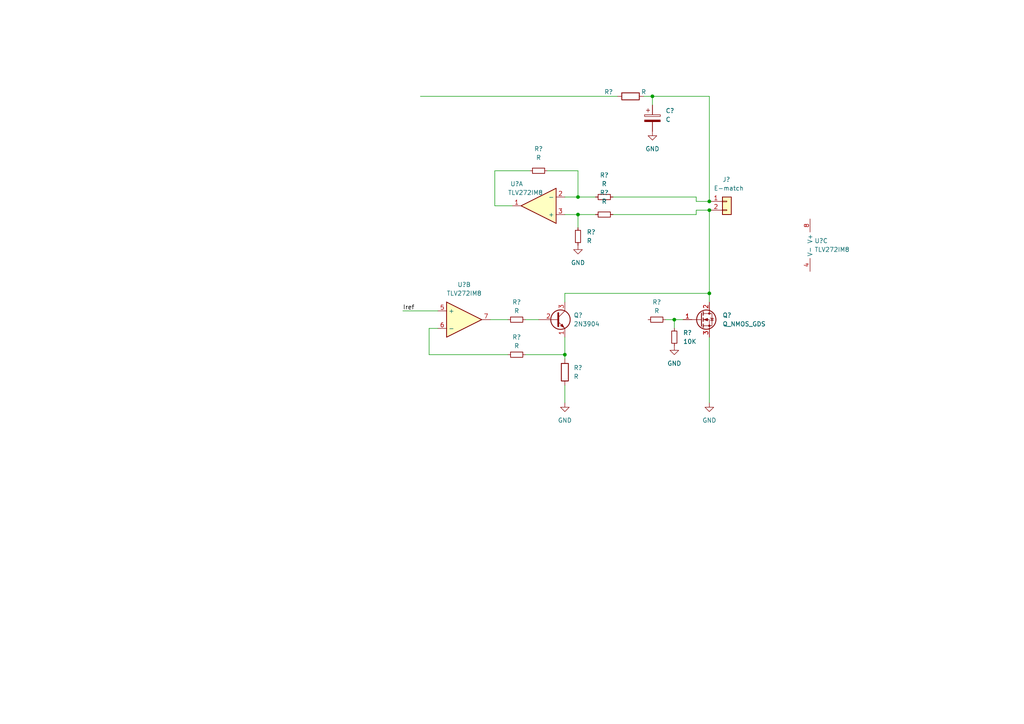
<source format=kicad_sch>
(kicad_sch (version 20211123) (generator eeschema)
  (paper "A4")
  (lib_symbols
    (symbol "Connector_Generic:Conn_01x02" (pin_names (offset 1.016) hide)
      (property "Reference" "J" (at 0 2.54 0))
      (property "Value" "Conn_01x02" (at 0 -5.08 0))
      (symbol "Conn_01x02_1_1"
        (rectangle (start -1.27 -2.413) (end 0 -2.667) (stroke (width 0.1524)))
        (rectangle (start -1.27 0.127) (end 0 -0.127) (stroke (width 0.1524)))
        (rectangle (start -1.27 1.27) (end 1.27 -3.81) (stroke (width 0.254)) (fill (type background)))
        (pin passive line (at -5.08 0 0) (length 3.81) (name "Pin_1") (number "1"))
        (pin passive line (at -5.08 -2.54 0) (length 3.81) (name "Pin_2") (number "2"))
      )
    )
    (symbol "Device:C_Polarized" (pin_numbers hide) (pin_names (offset 0.254))
      (property "Reference" "C" (at 0.635 2.54 0))
      (property "Value" "C_Polarized" (at 0.635 -2.54 0))
      (symbol "C_Polarized_0_1"
        (rectangle (start -2.286 0.508) (end 2.286 1.016))
        (polyline (pts (xy -1.778 2.286) (xy -0.762 2.286)))
        (polyline (pts (xy -1.27 2.794) (xy -1.27 1.778)))
        (rectangle (start 2.286 -0.508) (end -2.286 -1.016) (fill (type outline)))
      )
      (symbol "C_Polarized_1_1"
        (pin passive line (at 0 3.81 270) (length 2.794) (name "~") (number "1"))
        (pin passive line (at 0 -3.81 90) (length 2.794) (name "~") (number "2"))
      )
    )
    (symbol "Device:Opamp_Dual"
      (property "Reference" "U" (at 0 5.08 0))
      (property "Value" "Opamp_Dual" (at 0 -5.08 0))
      (symbol "Opamp_Dual_1_1"
        (polyline (pts (xy -5.08 5.08) (xy 5.08 0) (xy -5.08 -5.08) (xy -5.08 5.08)) (stroke (width 0.254)) (fill (type background)))
        (pin output line (at 7.62 0 180) (length 2.54) (name "~") (number "1"))
        (pin input line (at -7.62 -2.54 0) (length 2.54) (name "-") (number "2"))
        (pin input line (at -7.62 2.54 0) (length 2.54) (name "+") (number "3"))
      )
      (symbol "Opamp_Dual_2_1"
        (polyline (pts (xy -5.08 5.08) (xy 5.08 0) (xy -5.08 -5.08) (xy -5.08 5.08)) (stroke (width 0.254)) (fill (type background)))
        (pin input line (at -7.62 2.54 0) (length 2.54) (name "+") (number "5"))
        (pin input line (at -7.62 -2.54 0) (length 2.54) (name "-") (number "6"))
        (pin output line (at 7.62 0 180) (length 2.54) (name "~") (number "7"))
      )
      (symbol "Opamp_Dual_3_1"
        (pin power_in line (at -2.54 -7.62 90) (length 3.81) (name "V-") (number "4"))
        (pin power_in line (at -2.54 7.62 270) (length 3.81) (name "V+") (number "8"))
      )
    )
    (symbol "Device:Q_NMOS_GDS" (pin_names (offset 0) hide)
      (property "Reference" "Q" (at 5.08 1.27 0))
      (property "Value" "Q_NMOS_GDS" (at 5.08 -1.27 0))
      (symbol "Q_NMOS_GDS_0_1"
        (polyline (pts (xy 0.254 0) (xy -2.54 0)))
        (polyline (pts (xy 0.254 1.905) (xy 0.254 -1.905)) (stroke (width 0.254)))
        (polyline (pts (xy 0.762 -1.27) (xy 0.762 -2.286)) (stroke (width 0.254)))
        (polyline (pts (xy 0.762 0.508) (xy 0.762 -0.508)) (stroke (width 0.254)))
        (polyline (pts (xy 0.762 2.286) (xy 0.762 1.27)) (stroke (width 0.254)))
        (polyline (pts (xy 2.54 2.54) (xy 2.54 1.778)))
        (polyline (pts (xy 2.54 -2.54) (xy 2.54 0) (xy 0.762 0)))
        (polyline (pts (xy 0.762 -1.778) (xy 3.302 -1.778) (xy 3.302 1.778) (xy 0.762 1.778)))
        (polyline (pts (xy 1.016 0) (xy 2.032 0.381) (xy 2.032 -0.381) (xy 1.016 0)) (fill (type outline)))
        (polyline (pts (xy 2.794 0.508) (xy 2.921 0.381) (xy 3.683 0.381) (xy 3.81 0.254)))
        (polyline (pts (xy 3.302 0.381) (xy 2.921 -0.254) (xy 3.683 -0.254) (xy 3.302 0.381)))
        (circle (center 1.651 0) (radius 2.794) (stroke (width 0.254)))
        (circle (center 2.54 -1.778) (radius 0.254) (fill (type outline)))
        (circle (center 2.54 1.778) (radius 0.254) (fill (type outline)))
      )
      (symbol "Q_NMOS_GDS_1_1"
        (pin input line (at -5.08 0 0) (length 2.54) (name "G") (number "1"))
        (pin passive line (at 2.54 5.08 270) (length 2.54) (name "D") (number "2"))
        (pin passive line (at 2.54 -5.08 90) (length 2.54) (name "S") (number "3"))
      )
    )
    (symbol "Device:R" (pin_numbers hide) (pin_names (offset 0))
      (property "Reference" "R" (at 2.032 0 90))
      (property "Value" "R" (at 0 0 90))
      (symbol "R_0_1"
        (rectangle (start -1.016 -2.54) (end 1.016 2.54) (stroke (width 0.254)))
      )
      (symbol "R_1_1"
        (pin passive line (at 0 3.81 270) (length 1.27) (name "~") (number "1"))
        (pin passive line (at 0 -3.81 90) (length 1.27) (name "~") (number "2"))
      )
    )
    (symbol "Device:R_Small" (pin_numbers hide) (pin_names (offset 0.254) hide)
      (property "Reference" "R" (at 0.762 0.508 0))
      (property "Value" "R_Small" (at 0.762 -1.016 0))
      (symbol "R_Small_0_1"
        (rectangle (start -0.762 1.778) (end 0.762 -1.778) (stroke (width 0.2032)))
      )
      (symbol "R_Small_1_1"
        (pin passive line (at 0 2.54 270) (length 0.762) (name "~") (number "1"))
        (pin passive line (at 0 -2.54 90) (length 0.762) (name "~") (number "2"))
      )
    )
    (symbol "Transistor_BJT:2N3904" (pin_names (offset 0) hide)
      (property "Reference" "Q" (at 5.08 1.905 0))
      (property "Value" "2N3904" (at 5.08 0 0))
      (symbol "2N3904_0_1"
        (polyline (pts (xy 0.635 0.635) (xy 2.54 2.54)))
        (polyline (pts (xy 0.635 -0.635) (xy 2.54 -2.54) (xy 2.54 -2.54)))
        (polyline (pts (xy 0.635 1.905) (xy 0.635 -1.905) (xy 0.635 -1.905)) (stroke (width 0.508)))
        (polyline (pts (xy 1.27 -1.778) (xy 1.778 -1.27) (xy 2.286 -2.286) (xy 1.27 -1.778) (xy 1.27 -1.778)) (fill (type outline)))
        (circle (center 1.27 0) (radius 2.8194) (stroke (width 0.254)))
      )
      (symbol "2N3904_1_1"
        (pin passive line (at 2.54 -5.08 90) (length 2.54) (name "E") (number "1"))
        (pin passive line (at -5.08 0 0) (length 5.715) (name "B") (number "2"))
        (pin passive line (at 2.54 5.08 270) (length 2.54) (name "C") (number "3"))
      )
    )
    (symbol "power:GND" (power) (pin_names (offset 0))
      (property "Value" "GND" (at 0 -3.81 0))
      (symbol "GND_0_1"
        (polyline (pts (xy 0 0) (xy 0 -1.27) (xy 1.27 -1.27) (xy 0 -2.54) (xy -1.27 -1.27) (xy 0 -1.27)))
      )
      (symbol "GND_1_1"
        (pin power_in line (at 0 0 270) (length 0) hide (name "GND") (number "1"))
      )
    )
  )
  (junction (at 205.74 60.96))
  (junction (at 167.64 57.15))
  (junction (at 163.83 102.87))
  (junction (at 205.74 58.42))
  (junction (at 195.58 92.71))
  (junction (at 189.23 27.94))
  (junction (at 205.74 85.09))
  (junction (at 167.64 62.23))
  (wire (pts (xy 167.64 57.15) (xy 172.72 57.15)))
  (wire (pts (xy 193.04 92.71) (xy 195.58 92.71)))
  (wire (pts (xy 163.83 97.79) (xy 163.83 102.87)))
  (wire (pts (xy 195.58 92.71) (xy 195.58 95.25)))
  (wire (pts (xy 124.46 95.25) (xy 127 95.25)))
  (wire (pts (xy 163.83 102.87) (xy 163.83 104.14)))
  (wire (pts (xy 205.74 85.09) (xy 163.83 85.09)))
  (wire (pts (xy 205.74 97.79) (xy 205.74 116.84)))
  (wire (pts (xy 205.74 85.09) (xy 205.74 87.63)))
  (wire (pts (xy 116.84 90.17) (xy 127 90.17)))
  (wire (pts (xy 163.83 111.76) (xy 163.83 116.84)))
  (wire (pts (xy 142.24 92.71) (xy 147.32 92.71)))
  (wire (pts (xy 167.64 62.23) (xy 172.72 62.23)))
  (wire (pts (xy 124.46 102.87) (xy 147.32 102.87)))
  (wire (pts (xy 205.74 60.96) (xy 205.74 85.09)))
  (wire (pts (xy 186.69 27.94) (xy 189.23 27.94)))
  (wire (pts (xy 189.23 27.94) (xy 189.23 30.48)))
  (wire (pts (xy 167.64 62.23) (xy 167.64 66.04)))
  (wire (pts (xy 167.64 49.53) (xy 167.64 57.15)))
  (wire (pts (xy 124.46 95.25) (xy 124.46 102.87)))
  (wire (pts (xy 163.83 57.15) (xy 167.64 57.15)))
  (wire (pts (xy 152.4 92.71) (xy 156.21 92.71)))
  (wire (pts (xy 201.93 62.23) (xy 177.8 62.23)))
  (wire (pts (xy 163.83 62.23) (xy 167.64 62.23)))
  (wire (pts (xy 121.92 27.94) (xy 179.07 27.94)))
  (wire (pts (xy 201.93 58.42) (xy 205.74 58.42)))
  (wire (pts (xy 205.74 27.94) (xy 205.74 58.42)))
  (wire (pts (xy 177.8 57.15) (xy 201.93 57.15)))
  (wire (pts (xy 153.67 49.53) (xy 143.51 49.53)))
  (wire (pts (xy 201.93 60.96) (xy 201.93 62.23)))
  (wire (pts (xy 201.93 57.15) (xy 201.93 58.42)))
  (wire (pts (xy 163.83 85.09) (xy 163.83 87.63)))
  (wire (pts (xy 205.74 60.96) (xy 201.93 60.96)))
  (wire (pts (xy 195.58 92.71) (xy 198.12 92.71)))
  (wire (pts (xy 152.4 102.87) (xy 163.83 102.87)))
  (wire (pts (xy 189.23 27.94) (xy 205.74 27.94)))
  (wire (pts (xy 143.51 49.53) (xy 143.51 59.69)))
  (wire (pts (xy 143.51 59.69) (xy 148.59 59.69)))
  (wire (pts (xy 158.75 49.53) (xy 167.64 49.53)))
  (label "Iref" (at 116.84 90.17 0))
  (symbol (lib_id "Device:Opamp_Dual") (at 156.21 59.69 180) (unit 1)
    (property "Reference" "U?" (at 149.86 53.34 0))
    (property "Value" "TLV272IM8" (at 152.4 55.88 0))
  )
  (symbol (lib_id "Device:R_Small") (at 167.64 68.58 180) (unit 1)
    (property "Reference" "R?" (at 170.18 67.3099 0) (effects (justify right)))
    (property "Value" "R" (at 170.18 69.8499 0) (effects (justify right)))
  )
  (symbol (lib_id "power:GND") (at 167.64 71.12 0) (unit 1)
    (property "Reference" "#PWR?" (effects hide))
    (property "Value" "GND" (at 167.64 76.2 0))
  )
  (symbol (lib_id "Device:Opamp_Dual") (at 134.62 92.71 0) (unit 2)
    (property "Reference" "U?" (at 134.62 82.55 0))
    (property "Value" "TLV272IM8" (at 134.62 85.09 0))
  )
  (symbol (lib_id "Device:R_Small") (at 149.86 92.71 270) (unit 1)
    (property "Reference" "R?" (at 149.86 87.63 90))
    (property "Value" "R" (at 149.86 90.17 90))
  )
  (symbol (lib_id "power:GND") (at 205.74 116.84 0) (unit 1)
    (property "Reference" "#PWR?" (effects hide))
    (property "Value" "GND" (at 205.74 121.92 0))
  )
  (symbol (lib_id "Device:Q_NMOS_GDS") (at 203.2 92.71 0) (unit 1)
    (property "Reference" "Q?" (at 209.55 91.4399 0) (effects (justify left)))
    (property "Value" "Q_NMOS_GDS" (at 209.55 93.9799 0) (effects (justify left)))
  )
  (symbol (lib_id "Device:R_Small") (at 190.5 92.71 270) (unit 1)
    (property "Reference" "R?" (at 190.5 87.63 90))
    (property "Value" "R" (at 190.5 90.17 90))
  )
  (symbol (lib_id "Device:R") (at 163.83 107.95 0) (unit 1)
    (property "Reference" "R?" (at 166.37 106.6799 0) (effects (justify left)))
    (property "Value" "R" (at 166.37 109.2199 0) (effects (justify left)))
  )
  (symbol (lib_id "Connector_Generic:Conn_01x02") (at 210.82 58.42 0) (unit 1)
    (property "Reference" "J?" (at 209.55 52.07 0) (effects (justify left)))
    (property "Value" "E-match" (at 207.01 54.61 0) (effects (justify left)))
  )
  (symbol (lib_id "power:GND") (at 163.83 116.84 0) (unit 1)
    (property "Reference" "#PWR?" (effects hide))
    (property "Value" "GND" (at 163.83 121.92 0))
  )
  (symbol (lib_id "Transistor_BJT:2N3904") (at 161.29 92.71 0) (unit 1)
    (property "Reference" "Q?" (at 166.37 91.4399 0) (effects (justify left)))
    (property "Value" "2N3904" (at 166.37 93.9799 0) (effects (justify left)))
    (property "Footprint" "Package_TO_SOT_THT:TO-92_Inline" (effects hide))
    (property "Datasheet" "https://www.onsemi.com/pub/Collateral/2N3903-D.PDF" (effects hide))
  )
  (symbol (lib_id "Device:C_Polarized") (at 189.23 34.29 0) (unit 1)
    (property "Reference" "C?" (at 193.04 32.1309 0) (effects (justify left)))
    (property "Value" "C" (at 193.04 34.6709 0) (effects (justify left)))
  )
  (symbol (lib_id "Device:R_Small") (at 156.21 49.53 90) (unit 1)
    (property "Reference" "R?" (at 156.21 43.18 90))
    (property "Value" "R" (at 156.21 45.72 90))
  )
  (symbol (lib_id "power:GND") (at 195.58 100.33 0) (unit 1)
    (property "Reference" "#PWR?" (effects hide))
    (property "Value" "GND" (at 195.58 105.41 0))
  )
  (symbol (lib_id "Device:R_Small") (at 149.86 102.87 270) (unit 1)
    (property "Reference" "R?" (at 149.86 97.79 90))
    (property "Value" "R" (at 149.86 100.33 90))
  )
  (symbol (lib_id "Device:R_Small") (at 175.26 57.15 90) (unit 1)
    (property "Reference" "R?" (at 175.26 50.8 90))
    (property "Value" "R" (at 175.26 53.34 90))
  )
  (symbol (lib_id "Device:Opamp_Dual") (at 237.49 71.12 0) (unit 3)
    (property "Reference" "U?" (at 236.22 69.8499 0) (effects (justify left)))
    (property "Value" "TLV272IM8" (at 236.22 72.3899 0) (effects (justify left)))
  )
  (symbol (lib_id "Device:R_Small") (at 175.26 62.23 90) (unit 1)
    (property "Reference" "R?" (at 175.26 55.88 90))
    (property "Value" "R" (at 175.26 58.42 90))
  )
  (symbol (lib_id "Device:R") (at 182.88 27.94 90) (unit 1)
    (property "Reference" "R?" (at 176.53 26.67 90))
    (property "Value" "R" (at 186.69 26.67 90))
  )
  (symbol (lib_id "power:GND") (at 189.23 38.1 0) (unit 1)
    (property "Reference" "#PWR?" (effects hide))
    (property "Value" "GND" (at 189.23 43.18 0))
  )
  (symbol (lib_id "Device:R_Small") (at 195.58 97.79 180) (unit 1)
    (property "Reference" "R?" (at 198.12 96.5199 0) (effects (justify right)))
    (property "Value" "10K" (at 198.12 99.0599 0) (effects (justify right)))
  )
)
</source>
